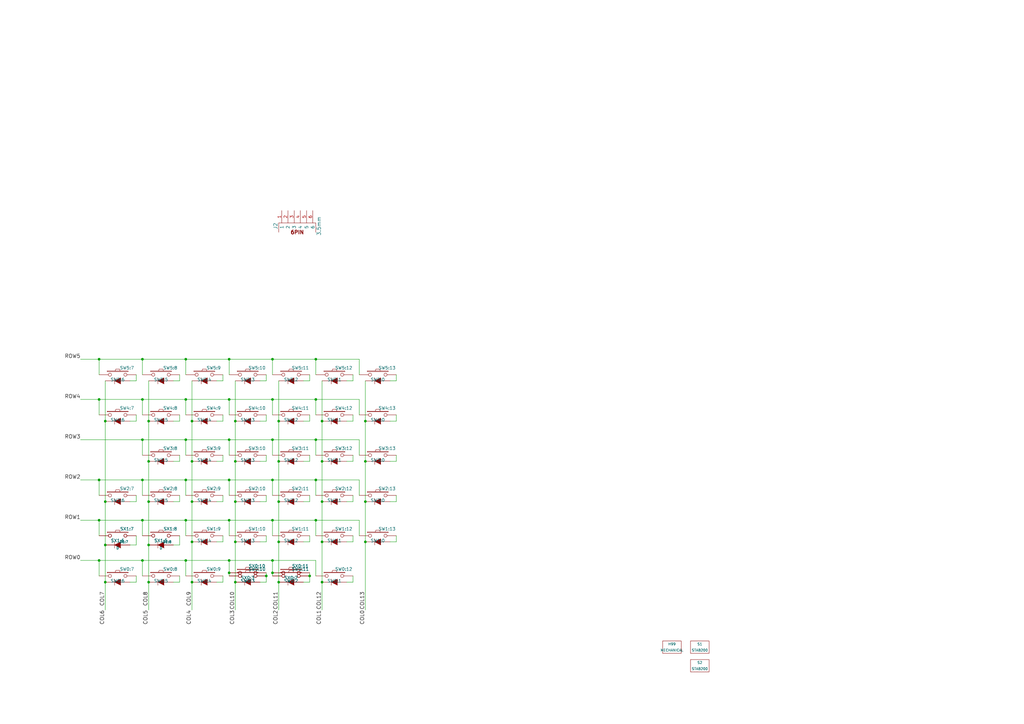
<source format=kicad_sch>
(kicad_sch (version 20230121) (generator eeschema)
  (paper "A3")
  (title_block (date "29 sep 2012"))
  (lib_symbols
    (symbol "Library:6PIN" (pin_names (offset 1.016))
      (property "Reference" "J" (at -1.27 8.89 0))
      (property "Value" "6PIN" (at -1.27 -8.89 0))
      (symbol "6PIN_0_0"
        (polyline (pts (xy -3.81 7.62) (xy 0 7.62) (xy 0 -7.62) (xy -3.81 -7.62)))
        (text "6PIN" (at -3.81 0 900) (effects (font (size 1.524 1.524) bold)))
      )
      (symbol "6PIN_1_1"
        (pin input line (at 5.08 6.35 180) (length 5.08) (name "1") (number "1"))
        (pin power_in line (at 5.08 3.81 180) (length 5.08) (name "2") (number "2"))
        (pin output line (at 5.08 1.27 180) (length 5.08) (name "3") (number "3"))
        (pin power_in line (at 5.08 -1.27 180) (length 5.08) (name "4") (number "4"))
        (pin input line (at 5.08 -3.81 180) (length 5.08) (name "5") (number "5"))
        (pin input line (at 5.08 -6.35 180) (length 5.08) (name "6") (number "6"))
      )
    )
    (symbol "Library:ANYTHING" (pin_numbers hide) (pin_names (offset 1.016) hide)
      (property "Reference" "ANY" (at 0 1.27 0))
      (property "Value" "ANYTHING" (at 0 -1.27 0))
      (symbol "ANYTHING_0_1"
        (rectangle (start -3.81 2.54) (end 3.81 -2.54))
      )
      (symbol "ANYTHING_1_1"
        (pin power_in line (at 0 0 90) (length 0) hide (name "GND") (number "0"))
      )
    )
    (symbol "Library:DIODE" (pin_numbers hide) (pin_names (offset 1.016) hide)
      (property "Reference" "D" (at -2.54 -1.27 0))
      (property "Value" "DIODE" (at 0 1.27 0))
      (symbol "DIODE_0_1"
        (polyline (pts (xy 1.27 1.27) (xy 1.27 -1.27)) (stroke (width 0.1524)))
        (polyline (pts (xy -1.27 1.27) (xy 1.27 0) (xy -1.27 -1.27)) (fill (type outline)))
      )
      (symbol "DIODE_1_1"
        (pin passive line (at -5.08 0 0) (length 3.81) (name "A") (number "1"))
        (pin passive line (at 5.08 0 180) (length 3.81) (name "K") (number "2"))
      )
    )
    (symbol "Library:SWITCH_DIODE" (pin_numbers hide) (pin_names (offset 1.016) hide)
      (property "Reference" "SW" (at 3.81 2.794 0))
      (property "Value" "SWITCH_DIODE" (at 0 -2.032 0))
      (symbol "SWITCH_DIODE_0_1"
        (rectangle (start -4.318 1.27) (end 4.318 1.524))
        (polyline (pts (xy -1.27 -1.27) (xy -1.27 -3.81)))
        (polyline (pts (xy 1.27 -1.27) (xy -1.27 -2.54) (xy 1.27 -3.81)) (fill (type outline)))
        (polyline (pts (xy -1.016 1.524) (xy -0.762 2.286) (xy 0.762 2.286) (xy 1.016 1.524)))
        (pin passive inverted (at -7.62 0 0) (length 5.08) (name "1") (number "1"))
        (pin passive inverted (at 7.62 0 180) (length 5.08) (name "2") (number "2"))
      )
      (symbol "SWITCH_DIODE_1_1"
        (pin power_in line (at 0 0 90) (length 0) hide (name "GND") (number "0"))
        (pin passive line (at 5.08 -2.54 180) (length 3.81) (name "A") (number "3"))
        (pin passive line (at -5.08 -2.54 0) (length 3.81) (name "K") (number "4"))
      )
    )
    (symbol "Library:SWITCH_PUSH" (pin_numbers hide) (pin_names (offset 1.016) hide)
      (property "Reference" "SW" (at 3.81 2.794 0))
      (property "Value" "SWITCH_PUSH" (at 0 -2.032 0))
      (symbol "SWITCH_PUSH_0_1"
        (rectangle (start -4.318 1.27) (end 4.318 1.524))
        (polyline (pts (xy -1.016 1.524) (xy -0.762 2.286) (xy 0.762 2.286) (xy 1.016 1.524)))
        (pin passive inverted (at -7.62 0 0) (length 5.08) (name "1") (number "1"))
        (pin passive inverted (at 7.62 0 180) (length 5.08) (name "2") (number "2"))
      )
      (symbol "SWITCH_PUSH_1_1"
        (pin power_in line (at 0 0 90) (length 0) hide (name "GND") (number "0"))
      )
    )
  )
  (junction (at 60.96 238.76))
  (junction (at 132.08 222.25))
  (junction (at 96.52 222.25))
  (junction (at 60.96 172.72))
  (junction (at 40.64 147.32))
  (junction (at 93.98 180.34))
  (junction (at 93.98 147.32))
  (junction (at 60.96 189.23))
  (junction (at 149.86 172.72))
  (junction (at 93.98 229.87))
  (junction (at 93.98 213.36))
  (junction (at 78.74 205.74))
  (junction (at 132.08 189.23))
  (junction (at 111.76 163.83))
  (junction (at 114.3 222.25))
  (junction (at 127 236.22))
  (junction (at 60.96 205.74))
  (junction (at 43.18 238.76))
  (junction (at 109.22 236.22))
  (junction (at 132.08 205.74))
  (junction (at 43.18 223.52))
  (junction (at 93.98 163.83))
  (junction (at 43.18 172.72))
  (junction (at 111.76 234.95))
  (junction (at 96.52 189.23))
  (junction (at 76.2 147.32))
  (junction (at 93.98 234.95))
  (junction (at 149.86 189.23))
  (junction (at 76.2 229.87))
  (junction (at 43.18 205.74))
  (junction (at 111.76 180.34))
  (junction (at 114.3 205.74))
  (junction (at 129.54 180.34))
  (junction (at 96.52 238.76))
  (junction (at 58.42 229.87))
  (junction (at 132.08 172.72))
  (junction (at 40.64 229.87))
  (junction (at 93.98 196.85))
  (junction (at 111.76 196.85))
  (junction (at 60.96 223.52))
  (junction (at 58.42 180.34))
  (junction (at 58.42 147.32))
  (junction (at 78.74 222.25))
  (junction (at 76.2 213.36))
  (junction (at 149.86 205.74))
  (junction (at 114.3 238.76))
  (junction (at 40.64 196.85))
  (junction (at 111.76 147.32))
  (junction (at 96.52 205.74))
  (junction (at 132.08 238.76))
  (junction (at 111.76 213.36))
  (junction (at 111.76 229.87))
  (junction (at 129.54 196.85))
  (junction (at 129.54 147.32))
  (junction (at 40.64 163.83))
  (junction (at 129.54 213.36))
  (junction (at 76.2 163.83))
  (junction (at 58.42 196.85))
  (junction (at 40.64 213.36))
  (junction (at 78.74 189.23))
  (junction (at 76.2 196.85))
  (junction (at 129.54 163.83))
  (junction (at 58.42 213.36))
  (junction (at 96.52 172.72))
  (junction (at 114.3 172.72))
  (junction (at 78.74 172.72))
  (junction (at 78.74 238.76))
  (junction (at 114.3 189.23))
  (junction (at 76.2 180.34))
  (junction (at 149.86 222.25))
  (junction (at 58.42 163.83))
  (wire (pts (xy 76.2 180.34) (xy 76.2 186.69)))
  (wire (pts (xy 111.76 147.32) (xy 129.54 147.32)))
  (wire (pts (xy 93.98 147.32) (xy 93.98 153.67)))
  (wire (pts (xy 162.56 205.74) (xy 162.56 203.2)))
  (wire (pts (xy 124.46 156.21) (xy 127 156.21)))
  (wire (pts (xy 111.76 213.36) (xy 129.54 213.36)))
  (wire (pts (xy 40.64 170.18) (xy 40.64 163.83)))
  (wire (pts (xy 96.52 172.72) (xy 96.52 189.23)))
  (wire (pts (xy 40.64 213.36) (xy 58.42 213.36)))
  (wire (pts (xy 129.54 180.34) (xy 129.54 186.69)))
  (wire (pts (xy 144.78 238.76) (xy 144.78 236.22)))
  (wire (pts (xy 73.66 189.23) (xy 73.66 186.69)))
  (wire (pts (xy 142.24 172.72) (xy 144.78 172.72)))
  (wire (pts (xy 76.2 147.32) (xy 93.98 147.32)))
  (wire (pts (xy 93.98 234.95) (xy 93.98 236.22)))
  (wire (pts (xy 106.68 156.21) (xy 109.22 156.21)))
  (wire (pts (xy 142.24 156.21) (xy 144.78 156.21)))
  (wire (pts (xy 132.08 222.25) (xy 132.08 238.76)))
  (wire (pts (xy 53.34 172.72) (xy 55.88 172.72)))
  (wire (pts (xy 91.44 222.25) (xy 91.44 219.71)))
  (wire (pts (xy 55.88 219.71) (xy 55.88 223.52)))
  (wire (pts (xy 76.2 147.32) (xy 76.2 153.67)))
  (wire (pts (xy 73.66 172.72) (xy 73.66 170.18)))
  (wire (pts (xy 55.88 172.72) (xy 55.88 170.18)))
  (wire (pts (xy 58.42 180.34) (xy 58.42 186.69)))
  (wire (pts (xy 147.32 147.32) (xy 147.32 153.67)))
  (wire (pts (xy 76.2 213.36) (xy 93.98 213.36)))
  (wire (pts (xy 40.64 203.2) (xy 40.64 196.85)))
  (wire (pts (xy 58.42 196.85) (xy 76.2 196.85)))
  (wire (pts (xy 93.98 229.87) (xy 111.76 229.87)))
  (wire (pts (xy 109.22 234.95) (xy 109.22 236.22)))
  (wire (pts (xy 73.66 223.52) (xy 71.12 223.52)))
  (wire (pts (xy 149.86 222.25) (xy 149.86 250.19)))
  (wire (pts (xy 144.78 189.23) (xy 144.78 186.69)))
  (wire (pts (xy 78.74 189.23) (xy 78.74 205.74)))
  (wire (pts (xy 93.98 196.85) (xy 93.98 203.2)))
  (wire (pts (xy 78.74 222.25) (xy 78.74 238.76)))
  (wire (pts (xy 127 189.23) (xy 127 186.69)))
  (wire (pts (xy 144.78 172.72) (xy 144.78 170.18)))
  (wire (pts (xy 142.24 238.76) (xy 144.78 238.76)))
  (wire (pts (xy 33.02 180.34) (xy 58.42 180.34)))
  (wire (pts (xy 132.08 172.72) (xy 132.08 189.23)))
  (wire (pts (xy 127 156.21) (xy 127 153.67)))
  (wire (pts (xy 58.42 229.87) (xy 58.42 236.22)))
  (wire (pts (xy 71.12 189.23) (xy 73.66 189.23)))
  (wire (pts (xy 40.64 153.67) (xy 40.64 147.32)))
  (wire (pts (xy 160.02 156.21) (xy 162.56 156.21)))
  (wire (pts (xy 40.64 147.32) (xy 58.42 147.32)))
  (wire (pts (xy 111.76 180.34) (xy 129.54 180.34)))
  (wire (pts (xy 111.76 196.85) (xy 129.54 196.85)))
  (wire (pts (xy 43.18 205.74) (xy 43.18 223.52)))
  (wire (pts (xy 114.3 156.21) (xy 114.3 172.72)))
  (wire (pts (xy 111.76 163.83) (xy 129.54 163.83)))
  (wire (pts (xy 149.86 205.74) (xy 149.86 222.25)))
  (wire (pts (xy 132.08 205.74) (xy 132.08 222.25)))
  (wire (pts (xy 73.66 238.76) (xy 73.66 236.22)))
  (wire (pts (xy 109.22 205.74) (xy 109.22 203.2)))
  (wire (pts (xy 160.02 222.25) (xy 162.56 222.25)))
  (wire (pts (xy 144.78 222.25) (xy 144.78 219.71)))
  (wire (pts (xy 60.96 238.76) (xy 60.96 250.19)))
  (wire (pts (xy 109.22 238.76) (xy 106.68 238.76)))
  (wire (pts (xy 78.74 238.76) (xy 78.74 250.19)))
  (wire (pts (xy 58.42 229.87) (xy 76.2 229.87)))
  (wire (pts (xy 60.96 172.72) (xy 60.96 189.23)))
  (wire (pts (xy 40.64 236.22) (xy 40.64 229.87)))
  (wire (pts (xy 106.68 172.72) (xy 109.22 172.72)))
  (wire (pts (xy 88.9 156.21) (xy 91.44 156.21)))
  (wire (pts (xy 111.76 180.34) (xy 111.76 186.69)))
  (wire (pts (xy 71.12 172.72) (xy 73.66 172.72)))
  (wire (pts (xy 96.52 189.23) (xy 96.52 205.74)))
  (wire (pts (xy 73.66 219.71) (xy 73.66 223.52)))
  (wire (pts (xy 162.56 222.25) (xy 162.56 219.71)))
  (wire (pts (xy 127 222.25) (xy 127 219.71)))
  (wire (pts (xy 58.42 147.32) (xy 76.2 147.32)))
  (wire (pts (xy 129.54 163.83) (xy 147.32 163.83)))
  (wire (pts (xy 111.76 196.85) (xy 111.76 203.2)))
  (wire (pts (xy 144.78 205.74) (xy 144.78 203.2)))
  (wire (pts (xy 127 172.72) (xy 127 170.18)))
  (wire (pts (xy 160.02 172.72) (xy 162.56 172.72)))
  (wire (pts (xy 160.02 205.74) (xy 162.56 205.74)))
  (wire (pts (xy 71.12 156.21) (xy 73.66 156.21)))
  (wire (pts (xy 124.46 189.23) (xy 127 189.23)))
  (wire (pts (xy 142.24 205.74) (xy 144.78 205.74)))
  (wire (pts (xy 114.3 238.76) (xy 114.3 250.19)))
  (wire (pts (xy 106.68 189.23) (xy 109.22 189.23)))
  (wire (pts (xy 124.46 172.72) (xy 127 172.72)))
  (wire (pts (xy 33.02 196.85) (xy 40.64 196.85)))
  (wire (pts (xy 78.74 205.74) (xy 78.74 222.25)))
  (wire (pts (xy 93.98 229.87) (xy 93.98 234.95)))
  (wire (pts (xy 127 205.74) (xy 127 203.2)))
  (wire (pts (xy 71.12 205.74) (xy 73.66 205.74)))
  (wire (pts (xy 58.42 163.83) (xy 76.2 163.83)))
  (wire (pts (xy 129.54 213.36) (xy 129.54 219.71)))
  (wire (pts (xy 129.54 147.32) (xy 129.54 153.67)))
  (wire (pts (xy 127 236.22) (xy 127 238.76)))
  (wire (pts (xy 147.32 213.36) (xy 147.32 219.71)))
  (wire (pts (xy 129.54 229.87) (xy 129.54 236.22)))
  (wire (pts (xy 88.9 172.72) (xy 91.44 172.72)))
  (wire (pts (xy 132.08 156.21) (xy 132.08 172.72)))
  (wire (pts (xy 55.88 223.52) (xy 53.34 223.52)))
  (wire (pts (xy 96.52 222.25) (xy 96.52 238.76)))
  (wire (pts (xy 129.54 213.36) (xy 147.32 213.36)))
  (wire (pts (xy 149.86 189.23) (xy 149.86 205.74)))
  (wire (pts (xy 93.98 213.36) (xy 93.98 219.71)))
  (wire (pts (xy 58.42 219.71) (xy 58.42 213.36)))
  (wire (pts (xy 40.64 196.85) (xy 58.42 196.85)))
  (wire (pts (xy 76.2 196.85) (xy 76.2 203.2)))
  (wire (pts (xy 60.96 189.23) (xy 60.96 205.74)))
  (wire (pts (xy 149.86 156.21) (xy 149.86 172.72)))
  (wire (pts (xy 76.2 229.87) (xy 93.98 229.87)))
  (wire (pts (xy 149.86 172.72) (xy 149.86 189.23)))
  (wire (pts (xy 76.2 196.85) (xy 93.98 196.85)))
  (wire (pts (xy 96.52 156.21) (xy 96.52 172.72)))
  (wire (pts (xy 127 234.95) (xy 127 236.22)))
  (wire (pts (xy 40.64 219.71) (xy 40.64 213.36)))
  (wire (pts (xy 60.96 205.74) (xy 60.96 223.52)))
  (wire (pts (xy 91.44 156.21) (xy 91.44 153.67)))
  (wire (pts (xy 111.76 213.36) (xy 111.76 219.71)))
  (wire (pts (xy 111.76 147.32) (xy 111.76 153.67)))
  (wire (pts (xy 147.32 180.34) (xy 147.32 186.69)))
  (wire (pts (xy 88.9 222.25) (xy 91.44 222.25)))
  (wire (pts (xy 43.18 223.52) (xy 43.18 238.76)))
  (wire (pts (xy 109.22 172.72) (xy 109.22 170.18)))
  (wire (pts (xy 144.78 156.21) (xy 144.78 153.67)))
  (wire (pts (xy 114.3 172.72) (xy 114.3 189.23)))
  (wire (pts (xy 76.2 229.87) (xy 76.2 236.22)))
  (wire (pts (xy 58.42 213.36) (xy 76.2 213.36)))
  (wire (pts (xy 142.24 189.23) (xy 144.78 189.23)))
  (wire (pts (xy 111.76 229.87) (xy 111.76 234.95)))
  (wire (pts (xy 76.2 163.83) (xy 93.98 163.83)))
  (wire (pts (xy 40.64 163.83) (xy 58.42 163.83)))
  (wire (pts (xy 106.68 205.74) (xy 109.22 205.74)))
  (wire (pts (xy 91.44 172.72) (xy 91.44 170.18)))
  (wire (pts (xy 73.66 205.74) (xy 73.66 203.2)))
  (wire (pts (xy 78.74 156.21) (xy 78.74 172.72)))
  (wire (pts (xy 58.42 180.34) (xy 76.2 180.34)))
  (wire (pts (xy 58.42 196.85) (xy 58.42 203.2)))
  (wire (pts (xy 129.54 196.85) (xy 129.54 203.2)))
  (wire (pts (xy 162.56 156.21) (xy 162.56 153.67)))
  (wire (pts (xy 60.96 223.52) (xy 60.96 238.76)))
  (wire (pts (xy 96.52 205.74) (xy 96.52 222.25)))
  (wire (pts (xy 55.88 205.74) (xy 55.88 203.2)))
  (wire (pts (xy 58.42 163.83) (xy 58.42 170.18)))
  (wire (pts (xy 129.54 180.34) (xy 147.32 180.34)))
  (wire (pts (xy 93.98 180.34) (xy 93.98 186.69)))
  (wire (pts (xy 129.54 163.83) (xy 129.54 170.18)))
  (wire (pts (xy 93.98 213.36) (xy 111.76 213.36)))
  (wire (pts (xy 111.76 234.95) (xy 111.76 236.22)))
  (wire (pts (xy 109.22 222.25) (xy 109.22 219.71)))
  (wire (pts (xy 43.18 238.76) (xy 43.18 250.19)))
  (wire (pts (xy 33.02 213.36) (xy 40.64 213.36)))
  (wire (pts (xy 53.34 205.74) (xy 55.88 205.74)))
  (wire (pts (xy 132.08 238.76) (xy 132.08 250.19)))
  (wire (pts (xy 114.3 222.25) (xy 114.3 238.76)))
  (wire (pts (xy 53.34 156.21) (xy 55.88 156.21)))
  (wire (pts (xy 33.02 229.87) (xy 40.64 229.87)))
  (wire (pts (xy 58.42 147.32) (xy 58.42 153.67)))
  (wire (pts (xy 162.56 189.23) (xy 162.56 186.69)))
  (wire (pts (xy 111.76 163.83) (xy 111.76 170.18)))
  (wire (pts (xy 73.66 156.21) (xy 73.66 153.67)))
  (wire (pts (xy 91.44 186.69) (xy 91.44 189.23)))
  (wire (pts (xy 93.98 196.85) (xy 111.76 196.85)))
  (wire (pts (xy 93.98 147.32) (xy 111.76 147.32)))
  (wire (pts (xy 91.44 205.74) (xy 91.44 203.2)))
  (wire (pts (xy 76.2 180.34) (xy 93.98 180.34)))
  (wire (pts (xy 55.88 238.76) (xy 55.88 236.22)))
  (wire (pts (xy 124.46 222.25) (xy 127 222.25)))
  (wire (pts (xy 33.02 147.32) (xy 40.64 147.32)))
  (wire (pts (xy 147.32 196.85) (xy 147.32 203.2)))
  (wire (pts (xy 71.12 238.76) (xy 73.66 238.76)))
  (wire (pts (xy 162.56 172.72) (xy 162.56 170.18)))
  (wire (pts (xy 55.88 156.21) (xy 55.88 153.67)))
  (wire (pts (xy 127 238.76) (xy 124.46 238.76)))
  (wire (pts (xy 76.2 213.36) (xy 76.2 219.71)))
  (wire (pts (xy 109.22 189.23) (xy 109.22 186.69)))
  (wire (pts (xy 96.52 238.76) (xy 96.52 250.19)))
  (wire (pts (xy 109.22 236.22) (xy 109.22 238.76)))
  (wire (pts (xy 76.2 163.83) (xy 76.2 170.18)))
  (wire (pts (xy 91.44 189.23) (xy 88.9 189.23)))
  (wire (pts (xy 129.54 147.32) (xy 147.32 147.32)))
  (wire (pts (xy 43.18 172.72) (xy 43.18 205.74)))
  (wire (pts (xy 114.3 205.74) (xy 114.3 222.25)))
  (wire (pts (xy 147.32 163.83) (xy 147.32 170.18)))
  (wire (pts (xy 132.08 189.23) (xy 132.08 205.74)))
  (wire (pts (xy 88.9 205.74) (xy 91.44 205.74)))
  (wire (pts (xy 43.18 156.21) (xy 43.18 172.72)))
  (wire (pts (xy 53.34 238.76) (xy 55.88 238.76)))
  (wire (pts (xy 78.74 172.72) (xy 78.74 189.23)))
  (wire (pts (xy 114.3 189.23) (xy 114.3 205.74)))
  (wire (pts (xy 142.24 222.25) (xy 144.78 222.25)))
  (wire (pts (xy 88.9 238.76) (xy 91.44 238.76)))
  (wire (pts (xy 93.98 163.83) (xy 111.76 163.83)))
  (wire (pts (xy 129.54 196.85) (xy 147.32 196.85)))
  (wire (pts (xy 93.98 180.34) (xy 111.76 180.34)))
  (wire (pts (xy 111.76 229.87) (xy 129.54 229.87)))
  (wire (pts (xy 93.98 163.83) (xy 93.98 170.18)))
  (wire (pts (xy 160.02 189.23) (xy 162.56 189.23)))
  (wire (pts (xy 91.44 238.76) (xy 91.44 236.22)))
  (wire (pts (xy 40.64 229.87) (xy 58.42 229.87)))
  (wire (pts (xy 106.68 222.25) (xy 109.22 222.25)))
  (wire (pts (xy 109.22 156.21) (xy 109.22 153.67)))
  (wire (pts (xy 124.46 205.74) (xy 127 205.74)))
  (wire (pts (xy 60.96 156.21) (xy 60.96 172.72)))
  (wire (pts (xy 33.02 163.83) (xy 40.64 163.83)))
  (label "ROW5" (at 33.02 147.32 180) (effects (font (size 1.524 1.524))))
  (label "ROW1" (at 33.02 213.36 180) (effects (font (size 1.524 1.524))))
  (label "COL3" (at 96.52 250.19 270) (effects (font (size 1.524 1.524))))
  (label "COL1" (at 132.08 250.19 270) (effects (font (size 1.524 1.524))))
  (label "ROW0" (at 33.02 229.87 180) (effects (font (size 1.524 1.524))))
  (label "COL6" (at 43.18 250.19 270) (effects (font (size 1.524 1.524))))
  (label "COL13" (at 149.86 242.57 270) (effects (font (size 1.524 1.524))))
  (label "COL10" (at 96.52 242.57 270) (effects (font (size 1.524 1.524))))
  (label "COL9" (at 78.74 242.57 270) (effects (font (size 1.524 1.524))))
  (label "COL5" (at 60.96 250.19 270) (effects (font (size 1.524 1.524))))
  (label "COL8" (at 60.96 242.57 270) (effects (font (size 1.524 1.524))))
  (label "COL12" (at 132.08 242.57 270) (effects (font (size 1.524 1.524))))
  (label "COL2" (at 114.3 250.19 270) (effects (font (size 1.524 1.524))))
  (label "ROW2" (at 33.02 196.85 180) (effects (font (size 1.524 1.524))))
  (label "COL4" (at 78.74 250.19 270) (effects (font (size 1.524 1.524))))
  (label "COL0" (at 149.86 250.19 270) (effects (font (size 1.524 1.524))))
  (label "ROW4" (at 33.02 163.83 180) (effects (font (size 1.524 1.524))))
  (label "COL11" (at 114.3 242.57 270) (effects (font (size 1.524 1.524))))
  (label "COL7" (at 43.18 242.57 270) (effects (font (size 1.524 1.524))))
  (label "ROW3" (at 33.02 180.34 180) (effects (font (size 1.524 1.524))))
  (symbol (lib_id "Library:SWITCH_DIODE") (at 101.6 236.22 0) (unit 1)
    (property "Reference" "SW0:10" (at 105.41 233.426 0))
    (property "Value" "SW0:3" (at 101.6 238.252 0))
  )
  (symbol (lib_id "Library:SWITCH_DIODE") (at 48.26 170.18 0) (unit 1)
    (property "Reference" "SW4:7" (at 52.07 167.386 0))
    (property "Value" "SW4:6" (at 48.26 172.212 0))
  )
  (symbol (lib_id "Library:SWITCH_DIODE") (at 66.04 170.18 0) (unit 1)
    (property "Reference" "SW4:8" (at 69.85 167.386 0))
    (property "Value" "SW4:5" (at 66.04 172.212 0))
  )
  (symbol (lib_id "Library:SWITCH_DIODE") (at 137.16 170.18 0) (unit 1)
    (property "Reference" "SW4:12" (at 140.97 167.386 0))
    (property "Value" "SW4:1" (at 137.16 172.212 0))
  )
  (symbol (lib_id "Library:SWITCH_DIODE") (at 119.38 170.18 0) (unit 1)
    (property "Reference" "SW4:11" (at 123.19 167.386 0))
    (property "Value" "SW4:2" (at 119.38 172.212 0))
  )
  (symbol (lib_id "Library:SWITCH_DIODE") (at 101.6 170.18 0) (unit 1)
    (property "Reference" "SW4:10" (at 105.41 167.386 0))
    (property "Value" "SW4:3" (at 101.6 172.212 0))
  )
  (symbol (lib_id "Library:SWITCH_DIODE") (at 83.82 170.18 0) (unit 1)
    (property "Reference" "SW4:9" (at 87.63 167.386 0))
    (property "Value" "SW4:4" (at 83.82 172.212 0))
  )
  (symbol (lib_id "Library:SWITCH_DIODE") (at 154.94 170.18 0) (unit 1)
    (property "Reference" "SW4:13" (at 158.75 167.386 0))
    (property "Value" "SW4:0" (at 154.94 172.212 0))
  )
  (symbol (lib_id "Library:SWITCH_DIODE") (at 137.16 186.69 0) (unit 1)
    (property "Reference" "SW3:12" (at 140.97 183.896 0))
    (property "Value" "SW3:1" (at 137.16 188.722 0))
  )
  (symbol (lib_id "Library:SWITCH_DIODE") (at 119.38 186.69 0) (unit 1)
    (property "Reference" "SW3:11" (at 123.19 183.896 0))
    (property "Value" "SW3:2" (at 119.38 188.722 0))
  )
  (symbol (lib_id "Library:SWITCH_DIODE") (at 101.6 186.69 0) (unit 1)
    (property "Reference" "SW3:10" (at 105.41 183.896 0))
    (property "Value" "SW3:3" (at 101.6 188.722 0))
  )
  (symbol (lib_id "Library:SWITCH_DIODE") (at 83.82 186.69 0) (unit 1)
    (property "Reference" "SW3:9" (at 87.63 183.896 0))
    (property "Value" "SW3:4" (at 83.82 188.722 0))
  )
  (symbol (lib_id "Library:SWITCH_DIODE") (at 66.04 186.69 0) (unit 1)
    (property "Reference" "SW3:8" (at 69.85 183.896 0))
    (property "Value" "SW3:5" (at 66.04 188.722 0))
  )
  (symbol (lib_id "Library:SWITCH_DIODE") (at 83.82 219.71 0) (unit 1)
    (property "Reference" "SW1:9" (at 87.63 216.916 0))
    (property "Value" "SW1:4" (at 83.82 221.742 0))
  )
  (symbol (lib_id "Library:SWITCH_DIODE") (at 101.6 219.71 0) (unit 1)
    (property "Reference" "SW1:10" (at 105.41 216.916 0))
    (property "Value" "SW1:3" (at 101.6 221.742 0))
  )
  (symbol (lib_id "Library:SWITCH_DIODE") (at 137.16 219.71 0) (unit 1)
    (property "Reference" "SW1:12" (at 140.97 216.916 0))
    (property "Value" "SW1:1" (at 137.16 221.742 0))
  )
  (symbol (lib_id "Library:SWITCH_DIODE") (at 137.16 203.2 0) (unit 1)
    (property "Reference" "SW2:12" (at 140.97 200.406 0))
    (property "Value" "SW2:1" (at 137.16 205.232 0))
  )
  (symbol (lib_id "Library:SWITCH_DIODE") (at 119.38 203.2 0) (unit 1)
    (property "Reference" "SW2:11" (at 123.19 200.406 0))
    (property "Value" "SW2:2" (at 119.38 205.232 0))
  )
  (symbol (lib_id "Library:SWITCH_DIODE") (at 101.6 203.2 0) (unit 1)
    (property "Reference" "SW2:10" (at 105.41 200.406 0))
    (property "Value" "SW2:3" (at 101.6 205.232 0))
  )
  (symbol (lib_id "Library:SWITCH_DIODE") (at 83.82 203.2 0) (unit 1)
    (property "Reference" "SW2:9" (at 87.63 200.406 0))
    (property "Value" "SW2:4" (at 83.82 205.232 0))
  )
  (symbol (lib_id "Library:SWITCH_DIODE") (at 66.04 203.2 0) (unit 1)
    (property "Reference" "SW2:8" (at 69.85 200.406 0))
    (property "Value" "SW2:5" (at 66.04 205.232 0))
  )
  (symbol (lib_id "Library:SWITCH_DIODE") (at 48.26 203.2 0) (unit 1)
    (property "Reference" "SW2:7" (at 52.07 200.406 0))
    (property "Value" "SW2:6" (at 48.26 205.232 0))
  )
  (symbol (lib_id "Library:SWITCH_DIODE") (at 154.94 186.69 0) (unit 1)
    (property "Reference" "SW3:13" (at 158.75 183.896 0))
    (property "Value" "SW3:0" (at 154.94 188.722 0))
  )
  (symbol (lib_id "Library:SWITCH_DIODE") (at 154.94 219.71 0) (unit 1)
    (property "Reference" "SW1:13" (at 158.75 216.916 0))
    (property "Value" "SW1:0" (at 154.94 221.742 0))
  )
  (symbol (lib_id "Library:SWITCH_DIODE") (at 154.94 203.2 0) (unit 1)
    (property "Reference" "SW2:13" (at 158.75 200.406 0))
    (property "Value" "SW2:0" (at 154.94 205.232 0))
  )
  (symbol (lib_id "Library:SWITCH_DIODE") (at 119.38 236.22 0) (unit 1)
    (property "Reference" "SW0:11" (at 123.19 233.426 0))
    (property "Value" "SW0:2" (at 119.38 238.252 0))
  )
  (symbol (lib_id "Library:SWITCH_DIODE") (at 137.16 236.22 0) (unit 1)
    (property "Reference" "SW0:12" (at 140.97 233.426 0))
    (property "Value" "SW0:1" (at 137.16 238.252 0))
  )
  (symbol (lib_id "Library:SWITCH_DIODE") (at 48.26 236.22 0) (unit 1)
    (property "Reference" "SW0:7" (at 52.07 233.426 0))
    (property "Value" "SW0:6" (at 48.26 238.252 0))
  )
  (symbol (lib_id "Library:SWITCH_DIODE") (at 66.04 236.22 0) (unit 1)
    (property "Reference" "SW0:8" (at 69.85 233.426 0))
    (property "Value" "SW0:5" (at 66.04 238.252 0))
  )
  (symbol (lib_id "Library:SWITCH_DIODE") (at 83.82 236.22 0) (unit 1)
    (property "Reference" "SW0:9" (at 87.63 233.426 0))
    (property "Value" "SW0:4" (at 83.82 238.252 0))
  )
  (symbol (lib_id "Library:ANYTHING") (at 275.59 265.43 0) (unit 1)
    (property "Reference" "H99" (at 275.59 264.16 0) (effects (font (size 1.016 1.016))))
    (property "Value" "MECHANICAL" (at 275.59 266.7 0) (effects (font (size 1.016 1.016))))
  )
  (symbol (lib_id "Library:SWITCH_DIODE") (at 119.38 219.71 0) (unit 1)
    (property "Reference" "SW1:11" (at 123.19 216.916 0))
    (property "Value" "SW1:2" (at 119.38 221.742 0))
  )
  (symbol (lib_id "Library:6PIN") (at 121.92 91.44 90) (unit 1)
    (property "Reference" "J2" (at 113.03 92.71 0) (effects (font (size 1.524 1.524))))
    (property "Value" "3.5mm" (at 130.81 92.71 0) (effects (font (size 1.524 1.524))))
  )
  (symbol (lib_id "Library:SWITCH_DIODE") (at 154.94 153.67 0) (unit 1)
    (property "Reference" "SW5:13" (at 158.75 150.876 0))
    (property "Value" "SW5:0" (at 154.94 155.702 0))
  )
  (symbol (lib_id "Library:SWITCH_DIODE") (at 83.82 153.67 0) (unit 1)
    (property "Reference" "SW5:9" (at 87.63 150.876 0))
    (property "Value" "SW5:4" (at 83.82 155.702 0))
  )
  (symbol (lib_id "Library:SWITCH_DIODE") (at 101.6 153.67 0) (unit 1)
    (property "Reference" "SW5:10" (at 105.41 150.876 0))
    (property "Value" "SW5:3" (at 101.6 155.702 0))
  )
  (symbol (lib_id "Library:SWITCH_DIODE") (at 119.38 153.67 0) (unit 1)
    (property "Reference" "SW5:11" (at 123.19 150.876 0))
    (property "Value" "SW5:2" (at 119.38 155.702 0))
  )
  (symbol (lib_id "Library:SWITCH_DIODE") (at 137.16 153.67 0) (unit 1)
    (property "Reference" "SW5:12" (at 140.97 150.876 0))
    (property "Value" "SW5:1" (at 137.16 155.702 0))
  )
  (symbol (lib_id "Library:SWITCH_DIODE") (at 66.04 153.67 0) (unit 1)
    (property "Reference" "SW5:8" (at 69.85 150.876 0))
    (property "Value" "SW5:5" (at 66.04 155.702 0))
  )
  (symbol (lib_id "Library:SWITCH_DIODE") (at 48.26 153.67 0) (unit 1)
    (property "Reference" "SW5:7" (at 52.07 150.876 0))
    (property "Value" "SW5:6" (at 48.26 155.702 0))
  )
  (symbol (lib_id "Library:DIODE") (at 66.04 223.52 180) (unit 1)
    (property "Reference" "D1:8" (at 68.58 222.25 0) (effects (font (size 1.016 1.016))))
    (property "Value" "D" (at 66.04 224.79 0) (effects (font (size 1.016 1.016))))
  )
  (symbol (lib_id "Library:DIODE") (at 48.26 223.52 180) (unit 1)
    (property "Reference" "D1:7" (at 50.8 222.25 0) (effects (font (size 1.016 1.016))))
    (property "Value" "D" (at 48.26 224.79 0) (effects (font (size 1.016 1.016))))
  )
  (symbol (lib_id "Library:SWITCH_PUSH") (at 66.04 219.71 0) (unit 1)
    (property "Reference" "SX1:8" (at 69.85 216.916 0))
    (property "Value" "SX1:5" (at 66.04 221.742 0))
  )
  (symbol (lib_id "Library:SWITCH_PUSH") (at 48.26 219.71 0) (unit 1)
    (property "Reference" "SX1:7" (at 52.07 216.916 0))
    (property "Value" "SX1:6" (at 48.26 221.742 0))
  )
  (symbol (lib_id "Library:SWITCH_PUSH") (at 101.6 234.95 0) (unit 1)
    (property "Reference" "SX0:10" (at 105.41 232.156 0))
    (property "Value" "SX0:3" (at 101.6 236.982 0))
  )
  (symbol (lib_id "Library:SWITCH_PUSH") (at 119.38 234.95 0) (unit 1)
    (property "Reference" "SX0:11" (at 123.19 232.156 0))
    (property "Value" "SX0:2" (at 119.38 236.982 0))
  )
  (symbol (lib_id "Library:ANYTHING") (at 287.02 265.43 0) (unit 1)
    (property "Reference" "S1" (at 287.02 264.16 0) (effects (font (size 1.016 1.016))))
    (property "Value" "STAB200" (at 287.02 266.7 0) (effects (font (size 1.016 1.016))))
  )
  (symbol (lib_id "Library:ANYTHING") (at 287.02 273.05 0) (unit 1)
    (property "Reference" "S2" (at 287.02 271.78 0) (effects (font (size 1.016 1.016))))
    (property "Value" "STAB200" (at 287.02 274.32 0) (effects (font (size 1.016 1.016))))
  )
)
</source>
